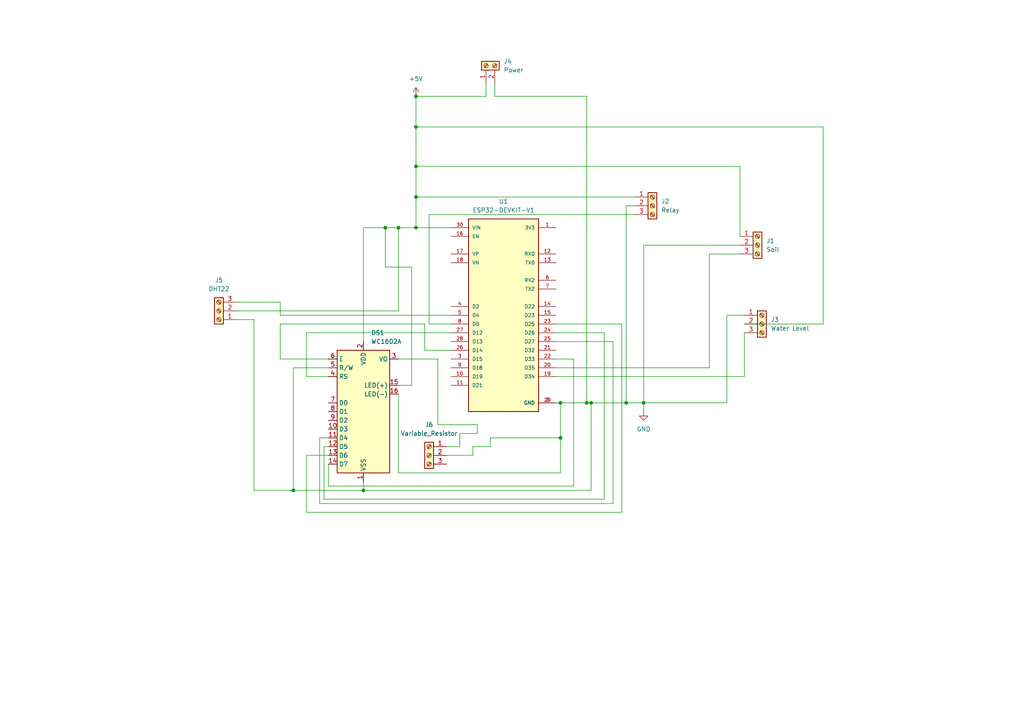
<source format=kicad_sch>
(kicad_sch (version 20231120) (generator "eeschema") (generator_version "8.0")
  (paper "A4")
  (title_block (title "SMART TECHNOLOGY APPLICATIONS IN AGRICULTURE") (date "2024-05-10") (rev "MKS") (company "Valley Higher Institute for Engineering & Technology") (comment 1 "--------------------------------------------------------") (comment 2 "Engineering at the High Valley Institute of Engineering and Technology, Class of 2019") (comment 3 "The graduation project was implemented by students of Communications and Electronics"))
  (lib_symbols
    (symbol "Connector:Screw_Terminal_01x02" (pin_names (offset 1.016) hide)
      (property "Reference" "J" (at 0 2.54 0))
      (property "Value" "Screw_Terminal_01x02" (at 0 -5.08 0))
      (symbol "Screw_Terminal_01x02_1_1"
        (rectangle (start -1.27 1.27) (end 1.27 -3.81) (stroke (width 0.254)) (fill (type background)))
        (circle (center 0 -2.54) (radius 0.635) (stroke (width 0.1524)))
        (polyline (pts (xy -0.5334 -2.2098) (xy 0.3302 -3.048)) (stroke (width 0.1524)))
        (polyline (pts (xy -0.5334 0.3302) (xy 0.3302 -0.508)) (stroke (width 0.1524)))
        (polyline (pts (xy -0.3556 -2.032) (xy 0.508 -2.8702)) (stroke (width 0.1524)))
        (polyline (pts (xy -0.3556 0.508) (xy 0.508 -0.3302)) (stroke (width 0.1524)))
        (circle (center 0 0) (radius 0.635) (stroke (width 0.1524)))
        (pin passive line (at -5.08 0 0) (length 3.81) (name "Pin_1") (number "1"))
        (pin passive line (at -5.08 -2.54 0) (length 3.81) (name "Pin_2") (number "2"))
      )
    )
    (symbol "Connector:Screw_Terminal_01x03" (pin_names (offset 1.016) hide)
      (property "Reference" "J" (at 0 5.08 0))
      (property "Value" "Screw_Terminal_01x03" (at 0 -5.08 0))
      (symbol "Screw_Terminal_01x03_1_1"
        (rectangle (start -1.27 3.81) (end 1.27 -3.81) (stroke (width 0.254)) (fill (type background)))
        (circle (center 0 -2.54) (radius 0.635) (stroke (width 0.1524)))
        (polyline (pts (xy -0.5334 -2.2098) (xy 0.3302 -3.048)) (stroke (width 0.1524)))
        (polyline (pts (xy -0.5334 0.3302) (xy 0.3302 -0.508)) (stroke (width 0.1524)))
        (polyline (pts (xy -0.5334 2.8702) (xy 0.3302 2.032)) (stroke (width 0.1524)))
        (polyline (pts (xy -0.3556 -2.032) (xy 0.508 -2.8702)) (stroke (width 0.1524)))
        (polyline (pts (xy -0.3556 0.508) (xy 0.508 -0.3302)) (stroke (width 0.1524)))
        (polyline (pts (xy -0.3556 3.048) (xy 0.508 2.2098)) (stroke (width 0.1524)))
        (circle (center 0 0) (radius 0.635) (stroke (width 0.1524)))
        (circle (center 0 2.54) (radius 0.635) (stroke (width 0.1524)))
        (pin passive line (at -5.08 2.54 0) (length 3.81) (name "Pin_1") (number "1"))
        (pin passive line (at -5.08 0 0) (length 3.81) (name "Pin_2") (number "2"))
        (pin passive line (at -5.08 -2.54 0) (length 3.81) (name "Pin_3") (number "3"))
      )
    )
    (symbol "Display_Character:WC1602A"
      (property "Reference" "DS" (at -5.842 19.05 0))
      (property "Value" "WC1602A" (at 5.334 19.05 0))
      (symbol "WC1602A_1_1"
        (rectangle (start -7.62 17.78) (end 7.62 -17.78) (stroke (width 0.254)) (fill (type background)))
        (pin power_in line (at 0 -20.32 90) (length 2.54) (name "VSS") (number "1"))
        (pin input line (at -10.16 -5.08 0) (length 2.54) (name "D3") (number "10"))
        (pin input line (at -10.16 -7.62 0) (length 2.54) (name "D4") (number "11"))
        (pin input line (at -10.16 -10.16 0) (length 2.54) (name "D5") (number "12"))
        (pin input line (at -10.16 -12.7 0) (length 2.54) (name "D6") (number "13"))
        (pin input line (at -10.16 -15.24 0) (length 2.54) (name "D7") (number "14"))
        (pin power_in line (at 10.16 7.62 180) (length 2.54) (name "LED(+)") (number "15"))
        (pin power_in line (at 10.16 5.08 180) (length 2.54) (name "LED(-)") (number "16"))
        (pin power_in line (at 0 20.32 270) (length 2.54) (name "VDD") (number "2"))
        (pin input line (at 10.16 15.24 180) (length 2.54) (name "VO") (number "3"))
        (pin input line (at -10.16 10.16 0) (length 2.54) (name "RS") (number "4"))
        (pin input line (at -10.16 12.7 0) (length 2.54) (name "R/W") (number "5"))
        (pin input line (at -10.16 15.24 0) (length 2.54) (name "E") (number "6"))
        (pin input line (at -10.16 2.54 0) (length 2.54) (name "D0") (number "7"))
        (pin input line (at -10.16 0 0) (length 2.54) (name "D1") (number "8"))
        (pin input line (at -10.16 -2.54 0) (length 2.54) (name "D2") (number "9"))
      )
    )
    (symbol "ESP32-DEVKIT-V1:ESP32-DEVKIT-V1" (pin_names (offset 1.016))
      (property "Reference" "U" (at -10.16 30.48 0))
      (property "Value" "ESP32-DEVKIT-V1" (at -10.16 -30.48 0))
      (symbol "ESP32-DEVKIT-V1_0_0"
        (rectangle (start -10.16 -27.94) (end 10.16 27.94) (stroke (width 0.254)) (fill (type background)))
        (pin output line (at 15.24 25.4 180) (length 5.08) (name "3V3") (number "1"))
        (pin bidirectional line (at -15.24 -17.78 0) (length 5.08) (name "D19") (number "10"))
        (pin bidirectional line (at -15.24 -20.32 0) (length 5.08) (name "D21") (number "11"))
        (pin input line (at 15.24 17.78 180) (length 5.08) (name "RX0") (number "12"))
        (pin output line (at 15.24 15.24 180) (length 5.08) (name "TX0") (number "13"))
        (pin bidirectional line (at 15.24 2.54 180) (length 5.08) (name "D22") (number "14"))
        (pin bidirectional line (at 15.24 0 180) (length 5.08) (name "D23") (number "15"))
        (pin input line (at -15.24 22.86 0) (length 5.08) (name "EN") (number "16"))
        (pin bidirectional line (at -15.24 17.78 0) (length 5.08) (name "VP") (number "17"))
        (pin bidirectional line (at -15.24 15.24 0) (length 5.08) (name "VN") (number "18"))
        (pin bidirectional line (at 15.24 -17.78 180) (length 5.08) (name "D34") (number "19"))
        (pin power_in line (at 15.24 -25.4 180) (length 5.08) (name "GND") (number "2"))
        (pin bidirectional line (at 15.24 -15.24 180) (length 5.08) (name "D35") (number "20"))
        (pin bidirectional line (at 15.24 -10.16 180) (length 5.08) (name "D32") (number "21"))
        (pin bidirectional line (at 15.24 -12.7 180) (length 5.08) (name "D33") (number "22"))
        (pin bidirectional line (at 15.24 -2.54 180) (length 5.08) (name "D25") (number "23"))
        (pin bidirectional line (at 15.24 -5.08 180) (length 5.08) (name "D26") (number "24"))
        (pin bidirectional line (at 15.24 -7.62 180) (length 5.08) (name "D27") (number "25"))
        (pin bidirectional line (at -15.24 -10.16 0) (length 5.08) (name "D14") (number "26"))
        (pin bidirectional line (at -15.24 -5.08 0) (length 5.08) (name "D12") (number "27"))
        (pin bidirectional line (at -15.24 -7.62 0) (length 5.08) (name "D13") (number "28"))
        (pin power_in line (at 15.24 -25.4 180) (length 5.08) (name "GND") (number "29"))
        (pin bidirectional line (at -15.24 -12.7 0) (length 5.08) (name "D15") (number "3"))
        (pin input line (at -15.24 25.4 0) (length 5.08) (name "VIN") (number "30"))
        (pin bidirectional line (at -15.24 2.54 0) (length 5.08) (name "D2") (number "4"))
        (pin bidirectional line (at -15.24 0 0) (length 5.08) (name "D4") (number "5"))
        (pin input line (at 15.24 10.16 180) (length 5.08) (name "RX2") (number "6"))
        (pin output line (at 15.24 7.62 180) (length 5.08) (name "TX2") (number "7"))
        (pin bidirectional line (at -15.24 -2.54 0) (length 5.08) (name "D5") (number "8"))
        (pin bidirectional line (at -15.24 -15.24 0) (length 5.08) (name "D18") (number "9"))
      )
    )
    (symbol "power:+5V" (power) (pin_numbers hide) (pin_names (offset 0) hide)
      (property "Value" "+5V" (at 0 3.556 0))
      (symbol "+5V_0_1"
        (polyline (pts (xy -0.762 1.27) (xy 0 2.54)))
        (polyline (pts (xy 0 0) (xy 0 2.54)))
        (polyline (pts (xy 0 2.54) (xy 0.762 1.27)))
      )
      (symbol "+5V_1_1"
        (pin power_in line (at 0 0 90) (length 0) (name "~") (number "1"))
      )
    )
    (symbol "power:GND" (power) (pin_numbers hide) (pin_names (offset 0) hide)
      (property "Value" "GND" (at 0 -3.81 0))
      (symbol "GND_0_1"
        (polyline (pts (xy 0 0) (xy 0 -1.27) (xy 1.27 -1.27) (xy 0 -2.54) (xy -1.27 -1.27) (xy 0 -1.27)))
      )
      (symbol "GND_1_1"
        (pin power_in line (at 0 0 270) (length 0) (name "~") (number "1"))
      )
    )
  )
  (junction (at 170.18 116.84))
  (junction (at 162.56 116.84))
  (junction (at 162.56 127))
  (junction (at 181.61 116.84))
  (junction (at 120.65 36.83))
  (junction (at 120.65 27.94))
  (junction (at 120.65 66.04))
  (junction (at 105.41 142.24))
  (junction (at 120.65 57.15))
  (junction (at 85.09 142.24))
  (junction (at 171.45 116.84))
  (junction (at 186.69 116.84))
  (junction (at 120.65 48.26))
  (junction (at 111.76 66.04))
  (junction (at 115.57 66.04))
  (wire (pts (xy 115.57 114.3) (xy 115.57 137.16)))
  (wire (pts (xy 175.26 96.52) (xy 161.29 96.52)))
  (wire (pts (xy 120.65 48.26) (xy 120.65 36.83)))
  (wire (pts (xy 81.28 104.14) (xy 81.28 93.98)))
  (wire (pts (xy 137.16 132.08) (xy 129.54 132.08)))
  (wire (pts (xy 138.43 123.19) (xy 127 123.19)))
  (wire (pts (xy 123.19 93.98) (xy 123.19 101.6)))
  (wire (pts (xy 166.37 104.14) (xy 166.37 140.97)))
  (wire (pts (xy 161.29 104.14) (xy 166.37 104.14)))
  (wire (pts (xy 120.65 48.26) (xy 120.65 57.15)))
  (wire (pts (xy 95.25 104.14) (xy 81.28 104.14)))
  (wire (pts (xy 92.71 127) (xy 92.71 146.05)))
  (wire (pts (xy 180.34 93.98) (xy 161.29 93.98)))
  (wire (pts (xy 238.76 36.83) (xy 120.65 36.83)))
  (wire (pts (xy 215.9 93.98) (xy 238.76 93.98)))
  (wire (pts (xy 68.58 90.17) (xy 115.57 90.17)))
  (wire (pts (xy 133.35 129.54) (xy 133.35 125.73)))
  (wire (pts (xy 186.69 116.84) (xy 181.61 116.84)))
  (wire (pts (xy 143.51 27.94) (xy 170.18 27.94)))
  (wire (pts (xy 95.25 106.68) (xy 85.09 106.68)))
  (wire (pts (xy 137.16 129.54) (xy 137.16 132.08)))
  (wire (pts (xy 181.61 59.69) (xy 181.61 116.84)))
  (wire (pts (xy 186.69 116.84) (xy 186.69 119.38)))
  (wire (pts (xy 105.41 139.7) (xy 105.41 142.24)))
  (wire (pts (xy 115.57 137.16) (xy 162.56 137.16)))
  (wire (pts (xy 115.57 90.17) (xy 115.57 66.04)))
  (wire (pts (xy 81.28 91.44) (xy 130.81 91.44)))
  (wire (pts (xy 180.34 148.59) (xy 180.34 93.98)))
  (wire (pts (xy 171.45 116.84) (xy 170.18 116.84)))
  (wire (pts (xy 137.16 129.54) (xy 142.24 129.54)))
  (wire (pts (xy 124.46 93.98) (xy 130.81 93.98)))
  (wire (pts (xy 88.9 109.22) (xy 88.9 96.52)))
  (wire (pts (xy 85.09 142.24) (xy 105.41 142.24)))
  (wire (pts (xy 186.69 71.12) (xy 186.69 116.84)))
  (wire (pts (xy 184.15 57.15) (xy 120.65 57.15)))
  (wire (pts (xy 215.9 91.44) (xy 210.82 91.44)))
  (wire (pts (xy 210.82 91.44) (xy 210.82 116.84)))
  (wire (pts (xy 184.15 62.23) (xy 124.46 62.23)))
  (wire (pts (xy 161.29 109.22) (xy 215.9 109.22)))
  (wire (pts (xy 115.57 104.14) (xy 127 104.14)))
  (wire (pts (xy 142.24 127) (xy 162.56 127)))
  (wire (pts (xy 162.56 116.84) (xy 170.18 116.84)))
  (wire (pts (xy 129.54 129.54) (xy 133.35 129.54)))
  (wire (pts (xy 88.9 132.08) (xy 88.9 148.59)))
  (wire (pts (xy 93.98 144.78) (xy 175.26 144.78)))
  (wire (pts (xy 123.19 101.6) (xy 130.81 101.6)))
  (wire (pts (xy 162.56 127) (xy 162.56 137.16)))
  (wire (pts (xy 181.61 59.69) (xy 184.15 59.69)))
  (wire (pts (xy 127 123.19) (xy 127 104.14)))
  (wire (pts (xy 92.71 146.05) (xy 177.8 146.05)))
  (wire (pts (xy 177.8 99.06) (xy 161.29 99.06)))
  (wire (pts (xy 161.29 116.84) (xy 162.56 116.84)))
  (wire (pts (xy 215.9 96.52) (xy 215.9 109.22)))
  (wire (pts (xy 120.65 57.15) (xy 120.65 66.04)))
  (wire (pts (xy 68.58 87.63) (xy 81.28 87.63)))
  (wire (pts (xy 170.18 27.94) (xy 170.18 116.84)))
  (wire (pts (xy 88.9 148.59) (xy 180.34 148.59)))
  (wire (pts (xy 119.38 77.47) (xy 111.76 77.47)))
  (wire (pts (xy 105.41 99.06) (xy 105.41 66.04)))
  (wire (pts (xy 171.45 142.24) (xy 171.45 116.84)))
  (wire (pts (xy 142.24 129.54) (xy 142.24 127)))
  (wire (pts (xy 214.63 73.66) (xy 205.74 73.66)))
  (wire (pts (xy 124.46 62.23) (xy 124.46 93.98)))
  (wire (pts (xy 119.38 111.76) (xy 115.57 111.76)))
  (wire (pts (xy 166.37 140.97) (xy 95.25 140.97)))
  (wire (pts (xy 105.41 66.04) (xy 111.76 66.04)))
  (wire (pts (xy 143.51 24.13) (xy 143.51 27.94)))
  (wire (pts (xy 162.56 127) (xy 162.56 116.84)))
  (wire (pts (xy 119.38 111.76) (xy 119.38 77.47)))
  (wire (pts (xy 73.66 142.24) (xy 85.09 142.24)))
  (wire (pts (xy 88.9 96.52) (xy 130.81 96.52)))
  (wire (pts (xy 81.28 93.98) (xy 123.19 93.98)))
  (wire (pts (xy 73.66 92.71) (xy 73.66 142.24)))
  (wire (pts (xy 115.57 66.04) (xy 120.65 66.04)))
  (wire (pts (xy 95.25 127) (xy 92.71 127)))
  (wire (pts (xy 105.41 142.24) (xy 171.45 142.24)))
  (wire (pts (xy 177.8 146.05) (xy 177.8 99.06)))
  (wire (pts (xy 93.98 129.54) (xy 93.98 144.78)))
  (wire (pts (xy 186.69 71.12) (xy 214.63 71.12)))
  (wire (pts (xy 81.28 87.63) (xy 81.28 91.44)))
  (wire (pts (xy 210.82 116.84) (xy 186.69 116.84)))
  (wire (pts (xy 111.76 66.04) (xy 115.57 66.04)))
  (wire (pts (xy 214.63 68.58) (xy 214.63 48.26)))
  (wire (pts (xy 95.25 129.54) (xy 93.98 129.54)))
  (wire (pts (xy 85.09 106.68) (xy 85.09 142.24)))
  (wire (pts (xy 130.81 66.04) (xy 120.65 66.04)))
  (wire (pts (xy 120.65 36.83) (xy 120.65 27.94)))
  (wire (pts (xy 133.35 125.73) (xy 138.43 125.73)))
  (wire (pts (xy 120.65 27.94) (xy 140.97 27.94)))
  (wire (pts (xy 138.43 125.73) (xy 138.43 123.19)))
  (wire (pts (xy 111.76 77.47) (xy 111.76 66.04)))
  (wire (pts (xy 205.74 106.68) (xy 161.29 106.68)))
  (wire (pts (xy 181.61 116.84) (xy 171.45 116.84)))
  (wire (pts (xy 140.97 24.13) (xy 140.97 27.94)))
  (wire (pts (xy 205.74 73.66) (xy 205.74 106.68)))
  (wire (pts (xy 95.25 140.97) (xy 95.25 134.62)))
  (wire (pts (xy 68.58 92.71) (xy 73.66 92.71)))
  (wire (pts (xy 238.76 93.98) (xy 238.76 36.83)))
  (wire (pts (xy 95.25 132.08) (xy 88.9 132.08)))
  (wire (pts (xy 95.25 109.22) (xy 88.9 109.22)))
  (wire (pts (xy 175.26 144.78) (xy 175.26 96.52)))
  (wire (pts (xy 120.65 48.26) (xy 214.63 48.26)))
  (symbol (lib_id "Connector:Screw_Terminal_01x03") (at 63.5 90.17 180) (unit 1)
    (property "Reference" "J5" (at 63.5 81.28 0))
    (property "Value" "DHT22" (at 63.5 83.82 0))
    (property "Footprint" "TerminalBlock_Altech:Altech_AK100_1x03_P5.00mm" (effects (hide yes)))
    (property "Description" "Generic screw terminal, single row, 01x03, script generated (kicad-library-utils/schlib/autogen/connector/)" (effects (hide yes)))
  )
  (symbol (lib_id "Display_Character:WC1602A") (at 105.41 119.38 0) (unit 1)
    (property "Reference" "DS1" (at 107.6041 96.52 0) (effects (justify left)))
    (property "Value" "WC1602A" (at 107.6041 99.06 0) (effects (justify left)))
    (property "Footprint" "Display:WC1602A" (effects (hide yes)))
    (property "Datasheet" "http://www.wincomlcd.com/pdf/WC1602A-SFYLYHTC06.pdf" (effects (hide yes)))
    (property "Description" "LCD 16x2 Alphanumeric , 8 bit parallel bus, 5V VDD" (effects (hide yes)))
  )
  (symbol (lib_id "Connector:Screw_Terminal_01x03") (at 219.71 71.12 0) (unit 1)
    (property "Reference" "J1" (at 222.25 69.8499 0) (effects (justify left)))
    (property "Value" "Soil" (at 222.25 72.3899 0) (effects (justify left)))
    (property "Footprint" "TerminalBlock_Altech:Altech_AK100_1x03_P5.00mm" (effects (hide yes)))
    (property "Description" "Generic screw terminal, single row, 01x03, script generated (kicad-library-utils/schlib/autogen/connector/)" (effects (hide yes)))
  )
  (symbol (lib_id "power:GND") (at 186.69 119.38 0) (unit 1)
    (property "Reference" "#PWR01" (effects (hide yes)))
    (property "Value" "GND" (at 186.69 124.46 0))
    (property "Description" "Power symbol creates a global label with name \"GND\" , ground" (effects (hide yes)))
  )
  (symbol (lib_id "Connector:Screw_Terminal_01x03") (at 220.98 93.98 0) (unit 1)
    (property "Reference" "J3" (at 223.52 92.7099 0) (effects (justify left)))
    (property "Value" "Water Level" (at 223.52 95.2499 0) (effects (justify left)))
    (property "Footprint" "TerminalBlock_Altech:Altech_AK100_1x03_P5.00mm" (effects (hide yes)))
    (property "Description" "Generic screw terminal, single row, 01x03, script generated (kicad-library-utils/schlib/autogen/connector/)" (effects (hide yes)))
  )
  (symbol (lib_id "Connector:Screw_Terminal_01x03") (at 124.46 132.08 0) (mirror y) (unit 1)
    (property "Reference" "J6" (at 124.46 123.19 0))
    (property "Value" "Variable_Resistor" (at 124.46 125.73 0))
    (property "Footprint" "TerminalBlock_Altech:Altech_AK100_1x03_P5.00mm" (effects (hide yes)))
    (property "Description" "Generic screw terminal, single row, 01x03, script generated (kicad-library-utils/schlib/autogen/connector/)" (effects (hide yes)))
  )
  (symbol (lib_id "Connector:Screw_Terminal_01x02") (at 140.97 19.05 90) (unit 1)
    (property "Reference" "J4" (at 146.05 17.7799 90) (effects (justify right)))
    (property "Value" "Power" (at 146.05 20.3199 90) (effects (justify right)))
    (property "Footprint" "TerminalBlock_Altech:Altech_AK100_1x02_P5.00mm" (effects (hide yes)))
    (property "Description" "Generic screw terminal, single row, 01x02, script generated (kicad-library-utils/schlib/autogen/connector/)" (effects (hide yes)))
  )
  (symbol (lib_id "ESP32-DEVKIT-V1:ESP32-DEVKIT-V1") (at 146.05 91.44 0) (unit 1)
    (property "Reference" "U1" (at 146.05 58.42 0))
    (property "Value" "ESP32-DEVKIT-V1" (at 146.05 60.96 0))
    (property "Footprint" "ESP32-DEVKIT-V1:MODULE_ESP32_DEVKIT_V1" (effects (hide yes)))
    (property "MF" "Do it" (effects (hide yes)))
    (property "MAXIMUM_PACKAGE_HEIGHT" "6.8 mm" (effects (hide yes)))
    (property "Package" "None" (effects (hide yes)))
    (property "Price" "None" (effects (hide yes)))
    (property "Check_prices" "https://www.snapeda.com/parts/ESP32-DEVKIT-V1/Do+it/view-part/?ref=eda" (effects (hide yes)))
    (property "STANDARD" "Manufacturer Recommendations" (effects (hide yes)))
    (property "PARTREV" "N/A" (effects (hide yes)))
    (property "SnapEDA_Link" "https://www.snapeda.com/parts/ESP32-DEVKIT-V1/Do+it/view-part/?ref=snap" (effects (hide yes)))
    (property "MP" "ESP32-DEVKIT-V1" (effects (hide yes)))
    (property "Description_1" "\nDual core, Wi-Fi: 2.4 GHz up to 150 Mbits/s,BLE (Bluetooth Low Energy) and legacy Bluetooth, 32 bits, Up to 240 MHz\n" (effects (hide yes)))
    (property "Availability" "Not in stock" (effects (hide yes)))
    (property "MANUFACTURER" "DOIT" (effects (hide yes)))
  )
  (symbol (lib_id "Connector:Screw_Terminal_01x03") (at 189.23 59.69 0) (unit 1)
    (property "Reference" "J2" (at 191.77 58.4199 0) (effects (justify left)))
    (property "Value" "Relay" (at 191.77 60.9599 0) (effects (justify left)))
    (property "Footprint" "TerminalBlock_Altech:Altech_AK100_1x03_P5.00mm" (effects (hide yes)))
    (property "Description" "Generic screw terminal, single row, 01x03, script generated (kicad-library-utils/schlib/autogen/connector/)" (effects (hide yes)))
  )
  (symbol (lib_id "power:+5V") (at 120.65 27.94 0) (unit 1)
    (property "Reference" "#PWR02" (effects (hide yes)))
    (property "Value" "+5V" (at 120.65 22.86 0))
    (property "Description" "Power symbol creates a global label with name \"+5V\"" (effects (hide yes)))
  )
)
</source>
